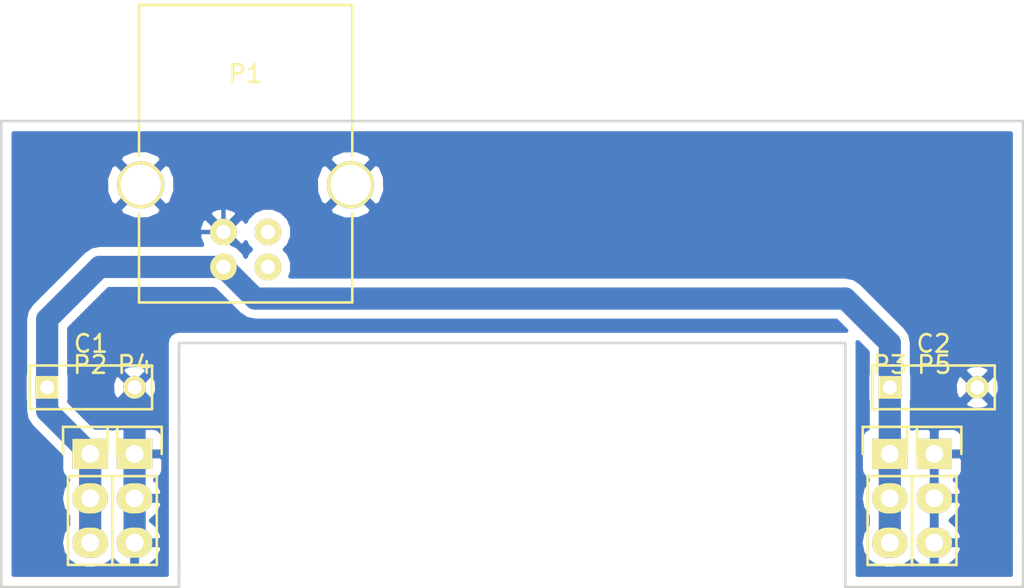
<source format=kicad_pcb>
(kicad_pcb (version 4) (host pcbnew "(2015-12-07 BZR 6352)-product")

  (general
    (links 18)
    (no_connects 0)
    (area -0.082333 -33.850021 55.962334 0.075001)
    (thickness 1.6)
    (drawings 16)
    (tracks 19)
    (zones 0)
    (modules 7)
    (nets 5)
  )

  (page A4)
  (layers
    (0 F.Cu signal)
    (31 B.Cu signal)
    (32 B.Adhes user)
    (33 F.Adhes user)
    (34 B.Paste user)
    (35 F.Paste user)
    (36 B.SilkS user)
    (37 F.SilkS user)
    (38 B.Mask user)
    (39 F.Mask user)
    (40 Dwgs.User user)
    (41 Cmts.User user)
    (42 Eco1.User user)
    (43 Eco2.User user)
    (44 Edge.Cuts user)
    (45 Margin user)
    (46 B.CrtYd user)
    (47 F.CrtYd user)
    (48 B.Fab user)
    (49 F.Fab user)
  )

  (setup
    (last_trace_width 1.27)
    (user_trace_width 0.381)
    (user_trace_width 0.508)
    (user_trace_width 0.635)
    (user_trace_width 1.27)
    (trace_clearance 0.254)
    (zone_clearance 0.508)
    (zone_45_only no)
    (trace_min 0.2)
    (segment_width 0.2)
    (edge_width 0.15)
    (via_size 0.6)
    (via_drill 0.4)
    (via_min_size 0.4)
    (via_min_drill 0.3)
    (uvia_size 0.3)
    (uvia_drill 0.1)
    (uvias_allowed no)
    (uvia_min_size 0)
    (uvia_min_drill 0)
    (pcb_text_width 0.3)
    (pcb_text_size 1.5 1.5)
    (mod_edge_width 0.15)
    (mod_text_size 1 1)
    (mod_text_width 0.15)
    (pad_size 1.524 1.524)
    (pad_drill 0.762)
    (pad_to_mask_clearance 0.2)
    (aux_axis_origin 0 0)
    (visible_elements FFFFFF7F)
    (pcbplotparams
      (layerselection 0x01000_80000000)
      (usegerberextensions false)
      (excludeedgelayer true)
      (linewidth 0.100000)
      (plotframeref false)
      (viasonmask false)
      (mode 1)
      (useauxorigin false)
      (hpglpennumber 1)
      (hpglpenspeed 20)
      (hpglpendiameter 15)
      (hpglpenoverlay 2)
      (psnegative false)
      (psa4output false)
      (plotreference true)
      (plotvalue true)
      (plotinvisibletext false)
      (padsonsilk false)
      (subtractmaskfromsilk false)
      (outputformat 1)
      (mirror false)
      (drillshape 0)
      (scaleselection 1)
      (outputdirectory ""))
  )

  (net 0 "")
  (net 1 +5V)
  (net 2 GND)
  (net 3 "Net-(P1-Pad2)")
  (net 4 "Net-(P1-Pad3)")

  (net_class Default "This is the default net class."
    (clearance 0.254)
    (trace_width 0.254)
    (via_dia 0.6)
    (via_drill 0.4)
    (uvia_dia 0.3)
    (uvia_drill 0.1)
    (add_net +5V)
    (add_net GND)
    (add_net "Net-(P1-Pad2)")
    (add_net "Net-(P1-Pad3)")
  )

  (module Capacitors_ThroughHole:C_Rect_L7_W2.5_P5 (layer F.Cu) (tedit 0) (tstamp 56B3E6F1)
    (at 2.62 -11.43)
    (descr "Film Capacitor Length 7mm x Width 2.5mm, Pitch 5mm")
    (tags Capacitor)
    (path /56B3E833)
    (fp_text reference C1 (at 2.5 -2.5) (layer F.SilkS)
      (effects (font (size 1 1) (thickness 0.15)))
    )
    (fp_text value .47u (at 2.5 2.5) (layer F.Fab)
      (effects (font (size 1 1) (thickness 0.15)))
    )
    (fp_line (start -1.25 -1.5) (end 6.25 -1.5) (layer F.CrtYd) (width 0.05))
    (fp_line (start 6.25 -1.5) (end 6.25 1.5) (layer F.CrtYd) (width 0.05))
    (fp_line (start 6.25 1.5) (end -1.25 1.5) (layer F.CrtYd) (width 0.05))
    (fp_line (start -1.25 1.5) (end -1.25 -1.5) (layer F.CrtYd) (width 0.05))
    (fp_line (start -1 -1.25) (end 6 -1.25) (layer F.SilkS) (width 0.15))
    (fp_line (start 6 -1.25) (end 6 1.25) (layer F.SilkS) (width 0.15))
    (fp_line (start 6 1.25) (end -1 1.25) (layer F.SilkS) (width 0.15))
    (fp_line (start -1 1.25) (end -1 -1.25) (layer F.SilkS) (width 0.15))
    (pad 1 thru_hole rect (at 0 0) (size 1.3 1.3) (drill 0.8) (layers *.Cu *.Mask F.SilkS)
      (net 1 +5V))
    (pad 2 thru_hole circle (at 5 0) (size 1.3 1.3) (drill 0.8) (layers *.Cu *.Mask F.SilkS)
      (net 2 GND))
  )

  (module Capacitors_ThroughHole:C_Rect_L7_W2.5_P5 (layer F.Cu) (tedit 0) (tstamp 56B3E6F7)
    (at 50.8 -11.43)
    (descr "Film Capacitor Length 7mm x Width 2.5mm, Pitch 5mm")
    (tags Capacitor)
    (path /56B3E91D)
    (fp_text reference C2 (at 2.5 -2.5) (layer F.SilkS)
      (effects (font (size 1 1) (thickness 0.15)))
    )
    (fp_text value .47u (at 2.5 2.5) (layer F.Fab)
      (effects (font (size 1 1) (thickness 0.15)))
    )
    (fp_line (start -1.25 -1.5) (end 6.25 -1.5) (layer F.CrtYd) (width 0.05))
    (fp_line (start 6.25 -1.5) (end 6.25 1.5) (layer F.CrtYd) (width 0.05))
    (fp_line (start 6.25 1.5) (end -1.25 1.5) (layer F.CrtYd) (width 0.05))
    (fp_line (start -1.25 1.5) (end -1.25 -1.5) (layer F.CrtYd) (width 0.05))
    (fp_line (start -1 -1.25) (end 6 -1.25) (layer F.SilkS) (width 0.15))
    (fp_line (start 6 -1.25) (end 6 1.25) (layer F.SilkS) (width 0.15))
    (fp_line (start 6 1.25) (end -1 1.25) (layer F.SilkS) (width 0.15))
    (fp_line (start -1 1.25) (end -1 -1.25) (layer F.SilkS) (width 0.15))
    (pad 1 thru_hole rect (at 0 0) (size 1.3 1.3) (drill 0.8) (layers *.Cu *.Mask F.SilkS)
      (net 1 +5V))
    (pad 2 thru_hole circle (at 5 0) (size 1.3 1.3) (drill 0.8) (layers *.Cu *.Mask F.SilkS)
      (net 2 GND))
  )

  (module Connect:USB_B (layer F.Cu) (tedit 55B36073) (tstamp 56B3E70D)
    (at 12.7 -18.32102 90)
    (descr "USB B connector")
    (tags "USB_B USB_DEV")
    (path /56B3E5B7)
    (fp_text reference P1 (at 11.049 1.27 180) (layer F.SilkS)
      (effects (font (size 1 1) (thickness 0.15)))
    )
    (fp_text value USB_B (at 4.699 1.27 180) (layer F.Fab)
      (effects (font (size 1 1) (thickness 0.15)))
    )
    (fp_line (start 15.25 8.9) (end -2.3 8.9) (layer F.CrtYd) (width 0.05))
    (fp_line (start -2.3 8.9) (end -2.3 -6.35) (layer F.CrtYd) (width 0.05))
    (fp_line (start -2.3 -6.35) (end 15.25 -6.35) (layer F.CrtYd) (width 0.05))
    (fp_line (start 15.25 -6.35) (end 15.25 8.9) (layer F.CrtYd) (width 0.05))
    (fp_line (start 6.35 7.366) (end 14.986 7.366) (layer F.SilkS) (width 0.15))
    (fp_line (start -2.032 7.366) (end 3.048 7.366) (layer F.SilkS) (width 0.15))
    (fp_line (start 6.35 -4.826) (end 14.986 -4.826) (layer F.SilkS) (width 0.15))
    (fp_line (start -2.032 -4.826) (end 3.048 -4.826) (layer F.SilkS) (width 0.15))
    (fp_line (start 14.986 -4.826) (end 14.986 7.366) (layer F.SilkS) (width 0.15))
    (fp_line (start -2.032 7.366) (end -2.032 -4.826) (layer F.SilkS) (width 0.15))
    (pad 2 thru_hole circle (at 0 2.54) (size 1.524 1.524) (drill 0.8128) (layers *.Cu *.Mask F.SilkS)
      (net 3 "Net-(P1-Pad2)"))
    (pad 1 thru_hole circle (at 0 0) (size 1.524 1.524) (drill 0.8128) (layers *.Cu *.Mask F.SilkS)
      (net 1 +5V))
    (pad 4 thru_hole circle (at 1.99898 0) (size 1.524 1.524) (drill 0.8128) (layers *.Cu *.Mask F.SilkS)
      (net 2 GND))
    (pad 3 thru_hole circle (at 1.99898 2.54) (size 1.524 1.524) (drill 0.8128) (layers *.Cu *.Mask F.SilkS)
      (net 4 "Net-(P1-Pad3)"))
    (pad 5 thru_hole circle (at 4.699 7.26948) (size 2.70002 2.70002) (drill 2.30124) (layers *.Cu *.Mask F.SilkS)
      (net 2 GND))
    (pad 5 thru_hole circle (at 4.699 -4.72948) (size 2.70002 2.70002) (drill 2.30124) (layers *.Cu *.Mask F.SilkS)
      (net 2 GND))
    (model Connect.3dshapes/USB_B.wrl
      (at (xyz 0.185 -0.05 0.001))
      (scale (xyz 0.3937 0.3937 0.3937))
      (rotate (xyz 0 0 -90))
    )
  )

  (module Pin_Headers:Pin_Header_Straight_1x03 (layer F.Cu) (tedit 0) (tstamp 56B3E714)
    (at 5.08 -7.62)
    (descr "Through hole pin header")
    (tags "pin header")
    (path /56B3E6DA)
    (fp_text reference P2 (at 0 -5.1) (layer F.SilkS)
      (effects (font (size 1 1) (thickness 0.15)))
    )
    (fp_text value CONN_01X03 (at 0 -3.1) (layer F.Fab)
      (effects (font (size 1 1) (thickness 0.15)))
    )
    (fp_line (start -1.75 -1.75) (end -1.75 6.85) (layer F.CrtYd) (width 0.05))
    (fp_line (start 1.75 -1.75) (end 1.75 6.85) (layer F.CrtYd) (width 0.05))
    (fp_line (start -1.75 -1.75) (end 1.75 -1.75) (layer F.CrtYd) (width 0.05))
    (fp_line (start -1.75 6.85) (end 1.75 6.85) (layer F.CrtYd) (width 0.05))
    (fp_line (start -1.27 1.27) (end -1.27 6.35) (layer F.SilkS) (width 0.15))
    (fp_line (start -1.27 6.35) (end 1.27 6.35) (layer F.SilkS) (width 0.15))
    (fp_line (start 1.27 6.35) (end 1.27 1.27) (layer F.SilkS) (width 0.15))
    (fp_line (start 1.55 -1.55) (end 1.55 0) (layer F.SilkS) (width 0.15))
    (fp_line (start 1.27 1.27) (end -1.27 1.27) (layer F.SilkS) (width 0.15))
    (fp_line (start -1.55 0) (end -1.55 -1.55) (layer F.SilkS) (width 0.15))
    (fp_line (start -1.55 -1.55) (end 1.55 -1.55) (layer F.SilkS) (width 0.15))
    (pad 1 thru_hole rect (at 0 0) (size 2.032 1.7272) (drill 1.016) (layers *.Cu *.Mask F.SilkS)
      (net 1 +5V))
    (pad 2 thru_hole oval (at 0 2.54) (size 2.032 1.7272) (drill 1.016) (layers *.Cu *.Mask F.SilkS)
      (net 1 +5V))
    (pad 3 thru_hole oval (at 0 5.08) (size 2.032 1.7272) (drill 1.016) (layers *.Cu *.Mask F.SilkS)
      (net 1 +5V))
    (model Pin_Headers.3dshapes/Pin_Header_Straight_1x03.wrl
      (at (xyz 0 -0.1 0))
      (scale (xyz 1 1 1))
      (rotate (xyz 0 0 90))
    )
  )

  (module Pin_Headers:Pin_Header_Straight_1x03 (layer F.Cu) (tedit 0) (tstamp 56B3E71B)
    (at 50.8 -7.62)
    (descr "Through hole pin header")
    (tags "pin header")
    (path /56B3E74F)
    (fp_text reference P3 (at 0 -5.1) (layer F.SilkS)
      (effects (font (size 1 1) (thickness 0.15)))
    )
    (fp_text value CONN_01X03 (at 0 -3.1) (layer F.Fab)
      (effects (font (size 1 1) (thickness 0.15)))
    )
    (fp_line (start -1.75 -1.75) (end -1.75 6.85) (layer F.CrtYd) (width 0.05))
    (fp_line (start 1.75 -1.75) (end 1.75 6.85) (layer F.CrtYd) (width 0.05))
    (fp_line (start -1.75 -1.75) (end 1.75 -1.75) (layer F.CrtYd) (width 0.05))
    (fp_line (start -1.75 6.85) (end 1.75 6.85) (layer F.CrtYd) (width 0.05))
    (fp_line (start -1.27 1.27) (end -1.27 6.35) (layer F.SilkS) (width 0.15))
    (fp_line (start -1.27 6.35) (end 1.27 6.35) (layer F.SilkS) (width 0.15))
    (fp_line (start 1.27 6.35) (end 1.27 1.27) (layer F.SilkS) (width 0.15))
    (fp_line (start 1.55 -1.55) (end 1.55 0) (layer F.SilkS) (width 0.15))
    (fp_line (start 1.27 1.27) (end -1.27 1.27) (layer F.SilkS) (width 0.15))
    (fp_line (start -1.55 0) (end -1.55 -1.55) (layer F.SilkS) (width 0.15))
    (fp_line (start -1.55 -1.55) (end 1.55 -1.55) (layer F.SilkS) (width 0.15))
    (pad 1 thru_hole rect (at 0 0) (size 2.032 1.7272) (drill 1.016) (layers *.Cu *.Mask F.SilkS)
      (net 1 +5V))
    (pad 2 thru_hole oval (at 0 2.54) (size 2.032 1.7272) (drill 1.016) (layers *.Cu *.Mask F.SilkS)
      (net 1 +5V))
    (pad 3 thru_hole oval (at 0 5.08) (size 2.032 1.7272) (drill 1.016) (layers *.Cu *.Mask F.SilkS)
      (net 1 +5V))
    (model Pin_Headers.3dshapes/Pin_Header_Straight_1x03.wrl
      (at (xyz 0 -0.1 0))
      (scale (xyz 1 1 1))
      (rotate (xyz 0 0 90))
    )
  )

  (module Pin_Headers:Pin_Header_Straight_1x03 (layer F.Cu) (tedit 0) (tstamp 56B3E722)
    (at 7.62 -7.62)
    (descr "Through hole pin header")
    (tags "pin header")
    (path /56B3E7A9)
    (fp_text reference P4 (at 0 -5.1) (layer F.SilkS)
      (effects (font (size 1 1) (thickness 0.15)))
    )
    (fp_text value CONN_01X03 (at 0 -3.1) (layer F.Fab)
      (effects (font (size 1 1) (thickness 0.15)))
    )
    (fp_line (start -1.75 -1.75) (end -1.75 6.85) (layer F.CrtYd) (width 0.05))
    (fp_line (start 1.75 -1.75) (end 1.75 6.85) (layer F.CrtYd) (width 0.05))
    (fp_line (start -1.75 -1.75) (end 1.75 -1.75) (layer F.CrtYd) (width 0.05))
    (fp_line (start -1.75 6.85) (end 1.75 6.85) (layer F.CrtYd) (width 0.05))
    (fp_line (start -1.27 1.27) (end -1.27 6.35) (layer F.SilkS) (width 0.15))
    (fp_line (start -1.27 6.35) (end 1.27 6.35) (layer F.SilkS) (width 0.15))
    (fp_line (start 1.27 6.35) (end 1.27 1.27) (layer F.SilkS) (width 0.15))
    (fp_line (start 1.55 -1.55) (end 1.55 0) (layer F.SilkS) (width 0.15))
    (fp_line (start 1.27 1.27) (end -1.27 1.27) (layer F.SilkS) (width 0.15))
    (fp_line (start -1.55 0) (end -1.55 -1.55) (layer F.SilkS) (width 0.15))
    (fp_line (start -1.55 -1.55) (end 1.55 -1.55) (layer F.SilkS) (width 0.15))
    (pad 1 thru_hole rect (at 0 0) (size 2.032 1.7272) (drill 1.016) (layers *.Cu *.Mask F.SilkS)
      (net 2 GND))
    (pad 2 thru_hole oval (at 0 2.54) (size 2.032 1.7272) (drill 1.016) (layers *.Cu *.Mask F.SilkS)
      (net 2 GND))
    (pad 3 thru_hole oval (at 0 5.08) (size 2.032 1.7272) (drill 1.016) (layers *.Cu *.Mask F.SilkS)
      (net 2 GND))
    (model Pin_Headers.3dshapes/Pin_Header_Straight_1x03.wrl
      (at (xyz 0 -0.1 0))
      (scale (xyz 1 1 1))
      (rotate (xyz 0 0 90))
    )
  )

  (module Pin_Headers:Pin_Header_Straight_1x03 (layer F.Cu) (tedit 0) (tstamp 56B3E729)
    (at 53.34 -7.62)
    (descr "Through hole pin header")
    (tags "pin header")
    (path /56B3E801)
    (fp_text reference P5 (at 0 -5.1) (layer F.SilkS)
      (effects (font (size 1 1) (thickness 0.15)))
    )
    (fp_text value CONN_01X03 (at 0 -3.1) (layer F.Fab)
      (effects (font (size 1 1) (thickness 0.15)))
    )
    (fp_line (start -1.75 -1.75) (end -1.75 6.85) (layer F.CrtYd) (width 0.05))
    (fp_line (start 1.75 -1.75) (end 1.75 6.85) (layer F.CrtYd) (width 0.05))
    (fp_line (start -1.75 -1.75) (end 1.75 -1.75) (layer F.CrtYd) (width 0.05))
    (fp_line (start -1.75 6.85) (end 1.75 6.85) (layer F.CrtYd) (width 0.05))
    (fp_line (start -1.27 1.27) (end -1.27 6.35) (layer F.SilkS) (width 0.15))
    (fp_line (start -1.27 6.35) (end 1.27 6.35) (layer F.SilkS) (width 0.15))
    (fp_line (start 1.27 6.35) (end 1.27 1.27) (layer F.SilkS) (width 0.15))
    (fp_line (start 1.55 -1.55) (end 1.55 0) (layer F.SilkS) (width 0.15))
    (fp_line (start 1.27 1.27) (end -1.27 1.27) (layer F.SilkS) (width 0.15))
    (fp_line (start -1.55 0) (end -1.55 -1.55) (layer F.SilkS) (width 0.15))
    (fp_line (start -1.55 -1.55) (end 1.55 -1.55) (layer F.SilkS) (width 0.15))
    (pad 1 thru_hole rect (at 0 0) (size 2.032 1.7272) (drill 1.016) (layers *.Cu *.Mask F.SilkS)
      (net 2 GND))
    (pad 2 thru_hole oval (at 0 2.54) (size 2.032 1.7272) (drill 1.016) (layers *.Cu *.Mask F.SilkS)
      (net 2 GND))
    (pad 3 thru_hole oval (at 0 5.08) (size 2.032 1.7272) (drill 1.016) (layers *.Cu *.Mask F.SilkS)
      (net 2 GND))
    (model Pin_Headers.3dshapes/Pin_Header_Straight_1x03.wrl
      (at (xyz 0 -0.1 0))
      (scale (xyz 1 1 1))
      (rotate (xyz 0 0 90))
    )
  )

  (gr_line (start 55.88 -26.67) (end 58.42 -26.67) (layer Edge.Cuts) (width 0.15))
  (gr_line (start 45.72 -13.97) (end 48.26 -13.97) (layer Edge.Cuts) (width 0.15))
  (gr_line (start 10.16 -8.89) (end 10.16 -13.97) (layer Edge.Cuts) (width 0.15))
  (gr_line (start 45.72 -13.97) (end 10.16 -13.97) (layer Edge.Cuts) (width 0.15))
  (gr_line (start 48.26 0) (end 48.26 -13.97) (layer Edge.Cuts) (width 0.15))
  (gr_line (start 58.42 0) (end 48.26 0) (layer Edge.Cuts) (width 0.15))
  (gr_line (start 58.42 -2.54) (end 58.42 0) (layer Edge.Cuts) (width 0.15))
  (gr_line (start 58.42 -10.16) (end 58.42 -2.54) (layer Edge.Cuts) (width 0.15))
  (gr_line (start 58.42 -17.78) (end 58.42 -10.16) (layer Edge.Cuts) (width 0.15))
  (gr_line (start 58.42 -26.67) (end 58.42 -17.78) (layer Edge.Cuts) (width 0.15))
  (gr_line (start 0 -26.67) (end 55.88 -26.67) (layer Edge.Cuts) (width 0.15))
  (gr_line (start 0 0) (end 0 -26.67) (layer Edge.Cuts) (width 0.15))
  (gr_line (start 10.16 0) (end 0 0) (layer Edge.Cuts) (width 0.15))
  (gr_line (start 10.16 -1.27) (end 10.16 0) (layer Edge.Cuts) (width 0.15))
  (gr_line (start 10.16 0) (end 10.16 -1.27) (layer Edge.Cuts) (width 0.15))
  (gr_line (start 10.16 -0.635) (end 10.16 -9.525) (layer Edge.Cuts) (width 0.15))

  (segment (start 48.26 -16.51) (end 50.8 -13.97) (width 1.27) (layer B.Cu) (net 1))
  (segment (start 50.8 -13.97) (end 50.8 -11.43) (width 1.27) (layer B.Cu) (net 1))
  (segment (start 14.51102 -16.51) (end 48.26 -16.51) (width 1.27) (layer B.Cu) (net 1))
  (segment (start 12.7 -18.32102) (end 14.51102 -16.51) (width 1.27) (layer B.Cu) (net 1))
  (segment (start 50.8 -11.43) (end 50.8 -7.62) (width 1.27) (layer B.Cu) (net 1))
  (segment (start 5.08 -5.08) (end 5.08 -2.54) (width 1.27) (layer B.Cu) (net 1) (status 30))
  (segment (start 5.08 -7.62) (end 5.08 -5.08) (width 1.27) (layer B.Cu) (net 1) (status 30))
  (segment (start 2.62 -11.43) (end 2.62 -10.08) (width 1.27) (layer B.Cu) (net 1) (status 10))
  (segment (start 2.62 -10.08) (end 5.08 -7.62) (width 1.27) (layer B.Cu) (net 1) (status 20))
  (segment (start 5.62102 -18.32102) (end 2.62 -15.32) (width 1.27) (layer B.Cu) (net 1))
  (segment (start 2.62 -15.32) (end 2.62 -11.43) (width 1.27) (layer B.Cu) (net 1) (status 20))
  (segment (start 12.7 -18.32102) (end 5.62102 -18.32102) (width 1.27) (layer B.Cu) (net 1) (status 10))
  (segment (start 50.8 -5.08) (end 50.8 -2.54) (width 1.27) (layer B.Cu) (net 1) (status 30))
  (segment (start 50.8 -7.62) (end 50.8 -5.08) (width 1.27) (layer B.Cu) (net 1) (status 30))
  (segment (start 7.62 -7.62) (end 7.62 -11.43) (width 1.27) (layer B.Cu) (net 2) (status 30))
  (segment (start 7.62 -5.08) (end 7.62 -2.54) (width 1.27) (layer B.Cu) (net 2) (status 30))
  (segment (start 7.62 -7.62) (end 7.62 -5.08) (width 1.27) (layer B.Cu) (net 2) (status 30))
  (segment (start 12.7 -20.32) (end 12.7 -22.86) (width 0.254) (layer B.Cu) (net 2) (status 10))
  (segment (start 12.7 -20.32) (end 10.16 -20.32) (width 0.254) (layer B.Cu) (net 2) (status 10))

  (zone (net 2) (net_name GND) (layer B.Cu) (tstamp 0) (hatch edge 0.508)
    (connect_pads (clearance 0.508))
    (min_thickness 0.254)
    (fill yes (arc_segments 16) (thermal_gap 0.508) (thermal_bridge_width 0.508))
    (polygon
      (pts
        (xy 0 0) (xy 0 -26.67) (xy 58.42 -26.67) (xy 58.42 0) (xy 48.26 0)
        (xy 48.26 -13.97) (xy 10.16 -13.97) (xy 10.16 0)
      )
    )
    (filled_polygon
      (pts
        (xy 57.71 -0.71) (xy 48.97 -0.71) (xy 48.97 -13.97) (xy 48.96157 -14.012378) (xy 49.53 -13.443949)
        (xy 49.53 -12.215503) (xy 49.50256 -12.08) (xy 49.50256 -10.78) (xy 49.53 -10.634169) (xy 49.53 -9.07474)
        (xy 49.332559 -8.94769) (xy 49.187569 -8.73549) (xy 49.13656 -8.4836) (xy 49.13656 -6.7564) (xy 49.180838 -6.521083)
        (xy 49.31991 -6.304959) (xy 49.53 -6.161411) (xy 49.53 -6.101379) (xy 49.230729 -5.653489) (xy 49.116655 -5.08)
        (xy 49.230729 -4.506511) (xy 49.53 -4.058621) (xy 49.53 -3.561379) (xy 49.230729 -3.113489) (xy 49.116655 -2.54)
        (xy 49.230729 -1.966511) (xy 49.555585 -1.48033) (xy 50.041766 -1.155474) (xy 50.615255 -1.0414) (xy 50.984745 -1.0414)
        (xy 51.558234 -1.155474) (xy 52.044415 -1.48033) (xy 52.089754 -1.548184) (xy 52.42568 -1.248046) (xy 52.978087 -1.054816)
        (xy 53.213 -1.199076) (xy 53.213 -2.413) (xy 53.467 -2.413) (xy 53.467 -1.199076) (xy 53.701913 -1.054816)
        (xy 54.25432 -1.248046) (xy 54.690732 -1.637964) (xy 54.944709 -2.165209) (xy 54.947358 -2.180974) (xy 54.826217 -2.413)
        (xy 53.467 -2.413) (xy 53.213 -2.413) (xy 53.193 -2.413) (xy 53.193 -2.667) (xy 53.213 -2.667)
        (xy 53.213 -4.953) (xy 53.467 -4.953) (xy 53.467 -2.667) (xy 54.826217 -2.667) (xy 54.947358 -2.899026)
        (xy 54.944709 -2.914791) (xy 54.690732 -3.442036) (xy 54.278892 -3.81) (xy 54.690732 -4.177964) (xy 54.944709 -4.705209)
        (xy 54.947358 -4.720974) (xy 54.826217 -4.953) (xy 53.467 -4.953) (xy 53.213 -4.953) (xy 53.193 -4.953)
        (xy 53.193 -5.207) (xy 53.213 -5.207) (xy 53.213 -7.493) (xy 53.467 -7.493) (xy 53.467 -5.207)
        (xy 54.826217 -5.207) (xy 54.947358 -5.439026) (xy 54.944709 -5.454791) (xy 54.690732 -5.982036) (xy 54.518139 -6.136241)
        (xy 54.715698 -6.218073) (xy 54.894327 -6.396701) (xy 54.991 -6.63009) (xy 54.991 -7.33425) (xy 54.83225 -7.493)
        (xy 53.467 -7.493) (xy 53.213 -7.493) (xy 53.193 -7.493) (xy 53.193 -7.747) (xy 53.213 -7.747)
        (xy 53.213 -8.95985) (xy 53.467 -8.95985) (xy 53.467 -7.747) (xy 54.83225 -7.747) (xy 54.991 -7.90575)
        (xy 54.991 -8.60991) (xy 54.894327 -8.843299) (xy 54.715698 -9.021927) (xy 54.482309 -9.1186) (xy 53.62575 -9.1186)
        (xy 53.467 -8.95985) (xy 53.213 -8.95985) (xy 53.05425 -9.1186) (xy 52.197691 -9.1186) (xy 52.081737 -9.07057)
        (xy 52.07 -9.078589) (xy 52.07 -10.530984) (xy 55.08059 -10.530984) (xy 55.136271 -10.300389) (xy 55.619078 -10.132378)
        (xy 56.129428 -10.161917) (xy 56.463729 -10.300389) (xy 56.51941 -10.530984) (xy 55.8 -11.250395) (xy 55.08059 -10.530984)
        (xy 52.07 -10.530984) (xy 52.07 -10.644497) (xy 52.09744 -10.78) (xy 52.09744 -11.610922) (xy 54.502378 -11.610922)
        (xy 54.531917 -11.100572) (xy 54.670389 -10.766271) (xy 54.900984 -10.71059) (xy 55.620395 -11.43) (xy 55.979605 -11.43)
        (xy 56.699016 -10.71059) (xy 56.929611 -10.766271) (xy 57.097622 -11.249078) (xy 57.068083 -11.759428) (xy 56.929611 -12.093729)
        (xy 56.699016 -12.14941) (xy 55.979605 -11.43) (xy 55.620395 -11.43) (xy 54.900984 -12.14941) (xy 54.670389 -12.093729)
        (xy 54.502378 -11.610922) (xy 52.09744 -11.610922) (xy 52.09744 -12.08) (xy 52.07 -12.225831) (xy 52.07 -12.329016)
        (xy 55.08059 -12.329016) (xy 55.8 -11.609605) (xy 56.51941 -12.329016) (xy 56.463729 -12.559611) (xy 55.980922 -12.727622)
        (xy 55.470572 -12.698083) (xy 55.136271 -12.559611) (xy 55.08059 -12.329016) (xy 52.07 -12.329016) (xy 52.07 -13.97)
        (xy 51.973327 -14.456008) (xy 51.698026 -14.868026) (xy 51.698023 -14.868028) (xy 49.158026 -17.408026) (xy 48.746008 -17.683327)
        (xy 48.26 -17.780001) (xy 48.259995 -17.78) (xy 16.527998 -17.78) (xy 16.636757 -18.04192) (xy 16.637242 -18.597681)
        (xy 16.42501 -19.111323) (xy 16.216168 -19.32053) (xy 16.423629 -19.52763) (xy 16.636757 -20.0409) (xy 16.637242 -20.596661)
        (xy 16.42501 -21.110303) (xy 16.03237 -21.503629) (xy 15.765558 -21.614419) (xy 18.743484 -21.614419) (xy 18.884952 -21.31123)
        (xy 19.621432 -21.026273) (xy 20.4109 -21.044846) (xy 21.054008 -21.31123) (xy 21.195476 -21.614419) (xy 19.96948 -22.840415)
        (xy 18.743484 -21.614419) (xy 15.765558 -21.614419) (xy 15.5191 -21.716757) (xy 14.963339 -21.717242) (xy 14.449697 -21.50501)
        (xy 14.056371 -21.11237) (xy 13.976605 -20.920273) (xy 13.922397 -21.051143) (xy 13.680213 -21.120608) (xy 12.879605 -20.32)
        (xy 13.680213 -19.519392) (xy 13.922397 -19.588857) (xy 13.972509 -19.729318) (xy 14.05499 -19.529697) (xy 14.263832 -19.32049)
        (xy 14.056371 -19.11339) (xy 13.970051 -18.905508) (xy 13.88501 -19.111323) (xy 13.49237 -19.504649) (xy 13.224529 -19.615866)
        (xy 12.7 -20.140395) (xy 12.685858 -20.126253) (xy 12.506253 -20.305858) (xy 12.520395 -20.32) (xy 11.719787 -21.120608)
        (xy 11.477603 -21.051143) (xy 11.290856 -20.527698) (xy 11.318638 -19.972632) (xy 11.476707 -19.59102) (xy 5.62102 -19.59102)
        (xy 5.135012 -19.494347) (xy 4.722994 -19.219046) (xy 4.722992 -19.219043) (xy 1.721974 -16.218026) (xy 1.446673 -15.806008)
        (xy 1.349999 -15.32) (xy 1.35 -15.319995) (xy 1.35 -12.215503) (xy 1.32256 -12.08) (xy 1.32256 -10.78)
        (xy 1.35 -10.634169) (xy 1.35 -10.080005) (xy 1.349999 -10.08) (xy 1.446673 -9.593992) (xy 1.721974 -9.181974)
        (xy 3.41656 -7.487389) (xy 3.41656 -6.7564) (xy 3.460838 -6.521083) (xy 3.59991 -6.304959) (xy 3.81 -6.161411)
        (xy 3.81 -6.101379) (xy 3.510729 -5.653489) (xy 3.396655 -5.08) (xy 3.510729 -4.506511) (xy 3.81 -4.058621)
        (xy 3.81 -3.561379) (xy 3.510729 -3.113489) (xy 3.396655 -2.54) (xy 3.510729 -1.966511) (xy 3.835585 -1.48033)
        (xy 4.321766 -1.155474) (xy 4.895255 -1.0414) (xy 5.264745 -1.0414) (xy 5.838234 -1.155474) (xy 6.324415 -1.48033)
        (xy 6.369754 -1.548184) (xy 6.70568 -1.248046) (xy 7.258087 -1.054816) (xy 7.493 -1.199076) (xy 7.493 -2.413)
        (xy 7.747 -2.413) (xy 7.747 -1.199076) (xy 7.981913 -1.054816) (xy 8.53432 -1.248046) (xy 8.970732 -1.637964)
        (xy 9.224709 -2.165209) (xy 9.227358 -2.180974) (xy 9.106217 -2.413) (xy 7.747 -2.413) (xy 7.493 -2.413)
        (xy 7.473 -2.413) (xy 7.473 -2.667) (xy 7.493 -2.667) (xy 7.493 -4.953) (xy 7.747 -4.953)
        (xy 7.747 -2.667) (xy 9.106217 -2.667) (xy 9.227358 -2.899026) (xy 9.224709 -2.914791) (xy 8.970732 -3.442036)
        (xy 8.558892 -3.81) (xy 8.970732 -4.177964) (xy 9.224709 -4.705209) (xy 9.227358 -4.720974) (xy 9.106217 -4.953)
        (xy 7.747 -4.953) (xy 7.493 -4.953) (xy 7.473 -4.953) (xy 7.473 -5.207) (xy 7.493 -5.207)
        (xy 7.493 -7.493) (xy 7.747 -7.493) (xy 7.747 -5.207) (xy 9.106217 -5.207) (xy 9.227358 -5.439026)
        (xy 9.224709 -5.454791) (xy 8.970732 -5.982036) (xy 8.798139 -6.136241) (xy 8.995698 -6.218073) (xy 9.174327 -6.396701)
        (xy 9.271 -6.63009) (xy 9.271 -7.33425) (xy 9.11225 -7.493) (xy 7.747 -7.493) (xy 7.493 -7.493)
        (xy 7.473 -7.493) (xy 7.473 -7.747) (xy 7.493 -7.747) (xy 7.493 -8.95985) (xy 7.747 -8.95985)
        (xy 7.747 -7.747) (xy 9.11225 -7.747) (xy 9.271 -7.90575) (xy 9.271 -8.60991) (xy 9.174327 -8.843299)
        (xy 8.995698 -9.021927) (xy 8.762309 -9.1186) (xy 7.90575 -9.1186) (xy 7.747 -8.95985) (xy 7.493 -8.95985)
        (xy 7.33425 -9.1186) (xy 6.477691 -9.1186) (xy 6.361737 -9.07057) (xy 6.34789 -9.080031) (xy 6.096 -9.13104)
        (xy 5.365011 -9.13104) (xy 3.965068 -10.530984) (xy 6.90059 -10.530984) (xy 6.956271 -10.300389) (xy 7.439078 -10.132378)
        (xy 7.949428 -10.161917) (xy 8.283729 -10.300389) (xy 8.33941 -10.530984) (xy 7.62 -11.250395) (xy 6.90059 -10.530984)
        (xy 3.965068 -10.530984) (xy 3.89 -10.606052) (xy 3.89 -10.644497) (xy 3.91744 -10.78) (xy 3.91744 -11.610922)
        (xy 6.322378 -11.610922) (xy 6.351917 -11.100572) (xy 6.490389 -10.766271) (xy 6.720984 -10.71059) (xy 7.440395 -11.43)
        (xy 7.799605 -11.43) (xy 8.519016 -10.71059) (xy 8.749611 -10.766271) (xy 8.917622 -11.249078) (xy 8.888083 -11.759428)
        (xy 8.749611 -12.093729) (xy 8.519016 -12.14941) (xy 7.799605 -11.43) (xy 7.440395 -11.43) (xy 6.720984 -12.14941)
        (xy 6.490389 -12.093729) (xy 6.322378 -11.610922) (xy 3.91744 -11.610922) (xy 3.91744 -12.08) (xy 3.89 -12.225831)
        (xy 3.89 -12.329016) (xy 6.90059 -12.329016) (xy 7.62 -11.609605) (xy 8.33941 -12.329016) (xy 8.283729 -12.559611)
        (xy 7.800922 -12.727622) (xy 7.290572 -12.698083) (xy 6.956271 -12.559611) (xy 6.90059 -12.329016) (xy 3.89 -12.329016)
        (xy 3.89 -14.793948) (xy 6.147071 -17.05102) (xy 12.115635 -17.05102) (xy 12.215356 -17.009612) (xy 13.612994 -15.611974)
        (xy 14.025012 -15.336673) (xy 14.51102 -15.239999) (xy 14.511025 -15.24) (xy 47.733948 -15.24) (xy 48.302378 -14.67157)
        (xy 48.26 -14.68) (xy 10.16 -14.68) (xy 9.888295 -14.625954) (xy 9.657954 -14.472046) (xy 9.504046 -14.241705)
        (xy 9.45 -13.97) (xy 9.45 -0.71) (xy 0.71 -0.71) (xy 0.71 -21.614419) (xy 6.744524 -21.614419)
        (xy 6.885992 -21.31123) (xy 7.622472 -21.026273) (xy 8.41194 -21.044846) (xy 9.02845 -21.300213) (xy 11.899392 -21.300213)
        (xy 12.7 -20.499605) (xy 13.500608 -21.300213) (xy 13.431143 -21.542397) (xy 12.907698 -21.729144) (xy 12.352632 -21.701362)
        (xy 11.968857 -21.542397) (xy 11.899392 -21.300213) (xy 9.02845 -21.300213) (xy 9.055048 -21.31123) (xy 9.196516 -21.614419)
        (xy 7.97052 -22.840415) (xy 6.744524 -21.614419) (xy 0.71 -21.614419) (xy 0.71 -23.368068) (xy 5.976773 -23.368068)
        (xy 5.995346 -22.5786) (xy 6.26173 -21.935492) (xy 6.564919 -21.794024) (xy 7.790915 -23.02002) (xy 8.150125 -23.02002)
        (xy 9.376121 -21.794024) (xy 9.67931 -21.935492) (xy 9.964267 -22.671972) (xy 9.947891 -23.368068) (xy 17.975733 -23.368068)
        (xy 17.994306 -22.5786) (xy 18.26069 -21.935492) (xy 18.563879 -21.794024) (xy 19.789875 -23.02002) (xy 20.149085 -23.02002)
        (xy 21.375081 -21.794024) (xy 21.67827 -21.935492) (xy 21.963227 -22.671972) (xy 21.944654 -23.46144) (xy 21.67827 -24.104548)
        (xy 21.375081 -24.246016) (xy 20.149085 -23.02002) (xy 19.789875 -23.02002) (xy 18.563879 -24.246016) (xy 18.26069 -24.104548)
        (xy 17.975733 -23.368068) (xy 9.947891 -23.368068) (xy 9.945694 -23.46144) (xy 9.67931 -24.104548) (xy 9.376121 -24.246016)
        (xy 8.150125 -23.02002) (xy 7.790915 -23.02002) (xy 6.564919 -24.246016) (xy 6.26173 -24.104548) (xy 5.976773 -23.368068)
        (xy 0.71 -23.368068) (xy 0.71 -24.425621) (xy 6.744524 -24.425621) (xy 7.97052 -23.199625) (xy 9.196516 -24.425621)
        (xy 18.743484 -24.425621) (xy 19.96948 -23.199625) (xy 21.195476 -24.425621) (xy 21.054008 -24.72881) (xy 20.317528 -25.013767)
        (xy 19.52806 -24.995194) (xy 18.884952 -24.72881) (xy 18.743484 -24.425621) (xy 9.196516 -24.425621) (xy 9.055048 -24.72881)
        (xy 8.318568 -25.013767) (xy 7.5291 -24.995194) (xy 6.885992 -24.72881) (xy 6.744524 -24.425621) (xy 0.71 -24.425621)
        (xy 0.71 -25.96) (xy 57.71 -25.96)
      )
    )
  )
)

</source>
